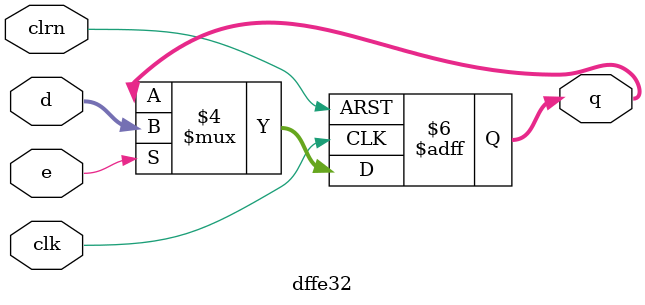
<source format=v>
module dffe32(d, clk, clrn, e, q);
	input [31:0] d;
	input clk, clrn, e;
	output reg [31:0] q;
	
	initial
		q = 0;
	
	always@(negedge clrn or posedge clk)
	begin
		if(clrn == 0)
			q <= 0;
		else if(e)
			q <= d;
	end
	
endmodule 
</source>
